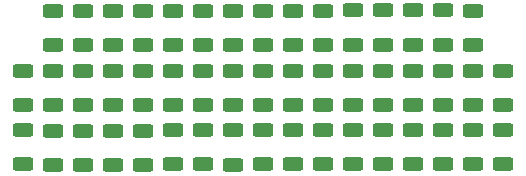
<source format=gtp>
G04 #@! TF.GenerationSoftware,KiCad,Pcbnew,7.0.9-7.0.9~ubuntu22.04.1*
G04 #@! TF.CreationDate,2023-11-21T00:20:31+01:00*
G04 #@! TF.ProjectId,dac-pcb,6461632d-7063-4622-9e6b-696361645f70,rev?*
G04 #@! TF.SameCoordinates,Original*
G04 #@! TF.FileFunction,Paste,Top*
G04 #@! TF.FilePolarity,Positive*
%FSLAX46Y46*%
G04 Gerber Fmt 4.6, Leading zero omitted, Abs format (unit mm)*
G04 Created by KiCad (PCBNEW 7.0.9-7.0.9~ubuntu22.04.1) date 2023-11-21 00:20:31*
%MOMM*%
%LPD*%
G01*
G04 APERTURE LIST*
G04 Aperture macros list*
%AMRoundRect*
0 Rectangle with rounded corners*
0 $1 Rounding radius*
0 $2 $3 $4 $5 $6 $7 $8 $9 X,Y pos of 4 corners*
0 Add a 4 corners polygon primitive as box body*
4,1,4,$2,$3,$4,$5,$6,$7,$8,$9,$2,$3,0*
0 Add four circle primitives for the rounded corners*
1,1,$1+$1,$2,$3*
1,1,$1+$1,$4,$5*
1,1,$1+$1,$6,$7*
1,1,$1+$1,$8,$9*
0 Add four rect primitives between the rounded corners*
20,1,$1+$1,$2,$3,$4,$5,0*
20,1,$1+$1,$4,$5,$6,$7,0*
20,1,$1+$1,$6,$7,$8,$9,0*
20,1,$1+$1,$8,$9,$2,$3,0*%
G04 Aperture macros list end*
%ADD10RoundRect,0.250000X-0.625000X0.312500X-0.625000X-0.312500X0.625000X-0.312500X0.625000X0.312500X0*%
%ADD11RoundRect,0.250000X0.625000X-0.312500X0.625000X0.312500X-0.625000X0.312500X-0.625000X-0.312500X0*%
G04 APERTURE END LIST*
D10*
X160020000Y-24322500D03*
X160020000Y-21397500D03*
D11*
X137160000Y-19242500D03*
X137160000Y-16317500D03*
D10*
X149860000Y-29341000D03*
X149860000Y-26416000D03*
X157480000Y-24322500D03*
X157480000Y-21397500D03*
D11*
X152400000Y-19242500D03*
X152400000Y-16317500D03*
D10*
X154940000Y-29341000D03*
X154940000Y-26416000D03*
X170180000Y-29341000D03*
X170180000Y-26416000D03*
D11*
X139700000Y-19242500D03*
X139700000Y-16317500D03*
D10*
X165100000Y-29341000D03*
X165100000Y-26416000D03*
X170180000Y-24322500D03*
X170180000Y-21397500D03*
X167640000Y-24322500D03*
X167640000Y-21397500D03*
X134620000Y-24322500D03*
X134620000Y-21397500D03*
X144780000Y-29341000D03*
X144780000Y-26416000D03*
X162560000Y-24322500D03*
X162560000Y-21397500D03*
X134620000Y-26477500D03*
X134620000Y-29402500D03*
X139700000Y-26477500D03*
X139700000Y-29402500D03*
X152400000Y-24322500D03*
X152400000Y-21397500D03*
X144780000Y-24322500D03*
X144780000Y-21397500D03*
X160020000Y-29341000D03*
X160020000Y-26416000D03*
D11*
X149860000Y-16317500D03*
X149860000Y-19242500D03*
X132080000Y-16317500D03*
X132080000Y-19242500D03*
D10*
X129540000Y-24322500D03*
X129540000Y-21397500D03*
D11*
X134620000Y-19242500D03*
X134620000Y-16317500D03*
D10*
X129540000Y-29341000D03*
X129540000Y-26416000D03*
D11*
X157480000Y-19231800D03*
X157480000Y-16306800D03*
D10*
X147320000Y-26426700D03*
X147320000Y-29351700D03*
X147320000Y-21397500D03*
X147320000Y-24322500D03*
D11*
X165100000Y-19231800D03*
X165100000Y-16306800D03*
D10*
X137160000Y-21397500D03*
X137160000Y-24322500D03*
X167640000Y-29341000D03*
X167640000Y-26416000D03*
X152400000Y-29341000D03*
X152400000Y-26416000D03*
X149860000Y-24322500D03*
X149860000Y-21397500D03*
X154940000Y-24322500D03*
X154940000Y-21397500D03*
X142240000Y-26416000D03*
X142240000Y-29341000D03*
X137160000Y-29402500D03*
X137160000Y-26477500D03*
X139700000Y-21397500D03*
X139700000Y-24322500D03*
X142240000Y-24322500D03*
X142240000Y-21397500D03*
D11*
X160020000Y-19231800D03*
X160020000Y-16306800D03*
D10*
X132080000Y-26477500D03*
X132080000Y-29402500D03*
X165100000Y-24322500D03*
X165100000Y-21397500D03*
D11*
X142240000Y-19242500D03*
X142240000Y-16317500D03*
X167640000Y-19242500D03*
X167640000Y-16317500D03*
D10*
X157480000Y-29341000D03*
X157480000Y-26416000D03*
X132080000Y-21397500D03*
X132080000Y-24322500D03*
D11*
X154940000Y-19242500D03*
X154940000Y-16317500D03*
X144780000Y-19242500D03*
X144780000Y-16317500D03*
D10*
X162560000Y-29341000D03*
X162560000Y-26416000D03*
D11*
X147320000Y-19242500D03*
X147320000Y-16317500D03*
X162560000Y-19231800D03*
X162560000Y-16306800D03*
M02*

</source>
